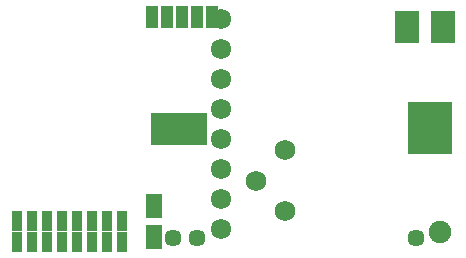
<source format=gbs>
G04 Layer: BottomSolderMaskLayer*
G04 EasyEDA v5.9.34, Sun, 20 Jan 2019 06:30:26 GMT*
G04 4d0cf0336fcf4326954002bdc8c8e70b*
G04 Gerber Generator version 0.2*
G04 Scale: 100 percent, Rotated: No, Reflected: No *
G04 Dimensions in millimeters *
G04 leading zeros omitted , absolute positions ,3 integer and 3 decimal *
%FSLAX33Y33*%
%MOMM*%
G90*
G71D02*

%ADD63C,1.723187*%
%ADD66C,1.727200*%
%ADD67R,1.453134X2.003298*%
%ADD72C,1.903222*%
%ADD73C,1.453134*%
%ADD74R,4.703191X2.703195*%
%ADD75R,3.703193X4.403192*%
%ADD76R,1.003198X1.863192*%
%ADD77R,0.965200X1.703197*%
%ADD78R,0.965200X1.653210*%
%ADD79R,2.003196X2.803195*%

%LPD*%
G54D63*
G01X19050Y19558D03*
G01X19050Y17018D03*
G01X19050Y14478D03*
G01X19050Y11938D03*
G01X19050Y9398D03*
G01X19050Y6858D03*
G01X19050Y4318D03*
G01X19050Y1778D03*
G54D66*
G01X24518Y8484D03*
G01X22031Y5867D03*
G01X24502Y3383D03*
G54D74*
G01X15544Y10322D03*
G54D75*
G01X36753Y10373D03*
G54D76*
G01X18288Y19740D03*
G01X17018Y19740D03*
G01X15748Y19740D03*
G01X14478Y19740D03*
G01X13208Y19740D03*
G54D77*
G01X10668Y2487D03*
G01X9398Y2487D03*
G01X8128Y2487D03*
G01X6858Y2487D03*
G01X5588Y2487D03*
G01X4318Y2487D03*
G01X3048Y2487D03*
G01X1778Y2487D03*
G54D78*
G01X1778Y709D03*
G01X3048Y709D03*
G01X4318Y709D03*
G01X5588Y709D03*
G01X6858Y709D03*
G01X8128Y709D03*
G01X9398Y709D03*
G01X10668Y709D03*
G54D79*
G01X37846Y18923D03*
G01X34843Y18923D03*
G54D67*
G01X13388Y3751D03*
G01X13388Y1151D03*
G54D72*
G01X37592Y1524D03*
G54D73*
G01X35560Y1016D03*
G01X14986Y1016D03*
G01X17018Y1016D03*
M00*
M02*

</source>
